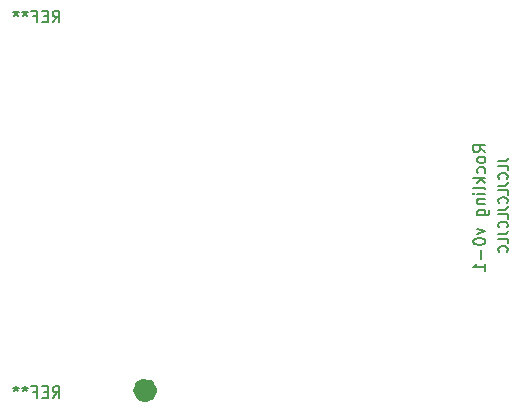
<source format=gbr>
%TF.GenerationSoftware,KiCad,Pcbnew,(5.1.10)-1*%
%TF.CreationDate,2021-08-17T14:11:04+10:00*%
%TF.ProjectId,Rockling-LayoutTest,526f636b-6c69-46e6-972d-4c61796f7574,rev?*%
%TF.SameCoordinates,Original*%
%TF.FileFunction,Legend,Bot*%
%TF.FilePolarity,Positive*%
%FSLAX46Y46*%
G04 Gerber Fmt 4.6, Leading zero omitted, Abs format (unit mm)*
G04 Created by KiCad (PCBNEW (5.1.10)-1) date 2021-08-17 14:11:04*
%MOMM*%
%LPD*%
G01*
G04 APERTURE LIST*
%ADD10C,0.150000*%
%ADD11C,1.250000*%
%ADD12C,2.000000*%
%ADD13C,0.100000*%
G04 APERTURE END LIST*
D10*
X137952380Y-95535714D02*
X137476190Y-95202380D01*
X137952380Y-94964285D02*
X136952380Y-94964285D01*
X136952380Y-95345238D01*
X137000000Y-95440476D01*
X137047619Y-95488095D01*
X137142857Y-95535714D01*
X137285714Y-95535714D01*
X137380952Y-95488095D01*
X137428571Y-95440476D01*
X137476190Y-95345238D01*
X137476190Y-94964285D01*
X137952380Y-96107142D02*
X137904761Y-96011904D01*
X137857142Y-95964285D01*
X137761904Y-95916666D01*
X137476190Y-95916666D01*
X137380952Y-95964285D01*
X137333333Y-96011904D01*
X137285714Y-96107142D01*
X137285714Y-96250000D01*
X137333333Y-96345238D01*
X137380952Y-96392857D01*
X137476190Y-96440476D01*
X137761904Y-96440476D01*
X137857142Y-96392857D01*
X137904761Y-96345238D01*
X137952380Y-96250000D01*
X137952380Y-96107142D01*
X137904761Y-97297619D02*
X137952380Y-97202380D01*
X137952380Y-97011904D01*
X137904761Y-96916666D01*
X137857142Y-96869047D01*
X137761904Y-96821428D01*
X137476190Y-96821428D01*
X137380952Y-96869047D01*
X137333333Y-96916666D01*
X137285714Y-97011904D01*
X137285714Y-97202380D01*
X137333333Y-97297619D01*
X137952380Y-97726190D02*
X136952380Y-97726190D01*
X137571428Y-97821428D02*
X137952380Y-98107142D01*
X137285714Y-98107142D02*
X137666666Y-97726190D01*
X137952380Y-98678571D02*
X137904761Y-98583333D01*
X137809523Y-98535714D01*
X136952380Y-98535714D01*
X137952380Y-99059523D02*
X137285714Y-99059523D01*
X136952380Y-99059523D02*
X137000000Y-99011904D01*
X137047619Y-99059523D01*
X137000000Y-99107142D01*
X136952380Y-99059523D01*
X137047619Y-99059523D01*
X137285714Y-99535714D02*
X137952380Y-99535714D01*
X137380952Y-99535714D02*
X137333333Y-99583333D01*
X137285714Y-99678571D01*
X137285714Y-99821428D01*
X137333333Y-99916666D01*
X137428571Y-99964285D01*
X137952380Y-99964285D01*
X137285714Y-100869047D02*
X138095238Y-100869047D01*
X138190476Y-100821428D01*
X138238095Y-100773809D01*
X138285714Y-100678571D01*
X138285714Y-100535714D01*
X138238095Y-100440476D01*
X137904761Y-100869047D02*
X137952380Y-100773809D01*
X137952380Y-100583333D01*
X137904761Y-100488095D01*
X137857142Y-100440476D01*
X137761904Y-100392857D01*
X137476190Y-100392857D01*
X137380952Y-100440476D01*
X137333333Y-100488095D01*
X137285714Y-100583333D01*
X137285714Y-100773809D01*
X137333333Y-100869047D01*
X137285714Y-102011904D02*
X137952380Y-102250000D01*
X137285714Y-102488095D01*
X136952380Y-103059523D02*
X136952380Y-103154761D01*
X137000000Y-103250000D01*
X137047619Y-103297619D01*
X137142857Y-103345238D01*
X137333333Y-103392857D01*
X137571428Y-103392857D01*
X137761904Y-103345238D01*
X137857142Y-103297619D01*
X137904761Y-103250000D01*
X137952380Y-103154761D01*
X137952380Y-103059523D01*
X137904761Y-102964285D01*
X137857142Y-102916666D01*
X137761904Y-102869047D01*
X137571428Y-102821428D01*
X137333333Y-102821428D01*
X137142857Y-102869047D01*
X137047619Y-102916666D01*
X137000000Y-102964285D01*
X136952380Y-103059523D01*
X137571428Y-103821428D02*
X137571428Y-104583333D01*
X137952380Y-105583333D02*
X137952380Y-105011904D01*
X137952380Y-105297619D02*
X136952380Y-105297619D01*
X137095238Y-105202380D01*
X137190476Y-105107142D01*
X137238095Y-105011904D01*
X139061904Y-96304761D02*
X139633333Y-96304761D01*
X139747619Y-96266666D01*
X139823809Y-96190476D01*
X139861904Y-96076190D01*
X139861904Y-96000000D01*
X139861904Y-97066666D02*
X139861904Y-96685714D01*
X139061904Y-96685714D01*
X139785714Y-97790476D02*
X139823809Y-97752380D01*
X139861904Y-97638095D01*
X139861904Y-97561904D01*
X139823809Y-97447619D01*
X139747619Y-97371428D01*
X139671428Y-97333333D01*
X139519047Y-97295238D01*
X139404761Y-97295238D01*
X139252380Y-97333333D01*
X139176190Y-97371428D01*
X139100000Y-97447619D01*
X139061904Y-97561904D01*
X139061904Y-97638095D01*
X139100000Y-97752380D01*
X139138095Y-97790476D01*
X139061904Y-98361904D02*
X139633333Y-98361904D01*
X139747619Y-98323809D01*
X139823809Y-98247619D01*
X139861904Y-98133333D01*
X139861904Y-98057142D01*
X139861904Y-99123809D02*
X139861904Y-98742857D01*
X139061904Y-98742857D01*
X139785714Y-99847619D02*
X139823809Y-99809523D01*
X139861904Y-99695238D01*
X139861904Y-99619047D01*
X139823809Y-99504761D01*
X139747619Y-99428571D01*
X139671428Y-99390476D01*
X139519047Y-99352380D01*
X139404761Y-99352380D01*
X139252380Y-99390476D01*
X139176190Y-99428571D01*
X139100000Y-99504761D01*
X139061904Y-99619047D01*
X139061904Y-99695238D01*
X139100000Y-99809523D01*
X139138095Y-99847619D01*
X139061904Y-100419047D02*
X139633333Y-100419047D01*
X139747619Y-100380952D01*
X139823809Y-100304761D01*
X139861904Y-100190476D01*
X139861904Y-100114285D01*
X139861904Y-101180952D02*
X139861904Y-100800000D01*
X139061904Y-100800000D01*
X139785714Y-101904761D02*
X139823809Y-101866666D01*
X139861904Y-101752380D01*
X139861904Y-101676190D01*
X139823809Y-101561904D01*
X139747619Y-101485714D01*
X139671428Y-101447619D01*
X139519047Y-101409523D01*
X139404761Y-101409523D01*
X139252380Y-101447619D01*
X139176190Y-101485714D01*
X139100000Y-101561904D01*
X139061904Y-101676190D01*
X139061904Y-101752380D01*
X139100000Y-101866666D01*
X139138095Y-101904761D01*
X139061904Y-102476190D02*
X139633333Y-102476190D01*
X139747619Y-102438095D01*
X139823809Y-102361904D01*
X139861904Y-102247619D01*
X139861904Y-102171428D01*
X139861904Y-103238095D02*
X139861904Y-102857142D01*
X139061904Y-102857142D01*
X139785714Y-103961904D02*
X139823809Y-103923809D01*
X139861904Y-103809523D01*
X139861904Y-103733333D01*
X139823809Y-103619047D01*
X139747619Y-103542857D01*
X139671428Y-103504761D01*
X139519047Y-103466666D01*
X139404761Y-103466666D01*
X139252380Y-103504761D01*
X139176190Y-103542857D01*
X139100000Y-103619047D01*
X139061904Y-103733333D01*
X139061904Y-103809523D01*
X139100000Y-103923809D01*
X139138095Y-103961904D01*
D11*
%TO.C,REF\u002A\u002A*%
X109535610Y-115700000D02*
G75*
G03*
X109535610Y-115700000I-381000J0D01*
G01*
D10*
X101333333Y-84552380D02*
X101666666Y-84076190D01*
X101904761Y-84552380D02*
X101904761Y-83552380D01*
X101523809Y-83552380D01*
X101428571Y-83600000D01*
X101380952Y-83647619D01*
X101333333Y-83742857D01*
X101333333Y-83885714D01*
X101380952Y-83980952D01*
X101428571Y-84028571D01*
X101523809Y-84076190D01*
X101904761Y-84076190D01*
X100904761Y-84028571D02*
X100571428Y-84028571D01*
X100428571Y-84552380D02*
X100904761Y-84552380D01*
X100904761Y-83552380D01*
X100428571Y-83552380D01*
X99666666Y-84028571D02*
X100000000Y-84028571D01*
X100000000Y-84552380D02*
X100000000Y-83552380D01*
X99523809Y-83552380D01*
X99000000Y-83552380D02*
X99000000Y-83790476D01*
X99238095Y-83695238D02*
X99000000Y-83790476D01*
X98761904Y-83695238D01*
X99142857Y-83980952D02*
X99000000Y-83790476D01*
X98857142Y-83980952D01*
X98238095Y-83552380D02*
X98238095Y-83790476D01*
X98476190Y-83695238D02*
X98238095Y-83790476D01*
X98000000Y-83695238D01*
X98380952Y-83980952D02*
X98238095Y-83790476D01*
X98095238Y-83980952D01*
X101333333Y-116352380D02*
X101666666Y-115876190D01*
X101904761Y-116352380D02*
X101904761Y-115352380D01*
X101523809Y-115352380D01*
X101428571Y-115400000D01*
X101380952Y-115447619D01*
X101333333Y-115542857D01*
X101333333Y-115685714D01*
X101380952Y-115780952D01*
X101428571Y-115828571D01*
X101523809Y-115876190D01*
X101904761Y-115876190D01*
X100904761Y-115828571D02*
X100571428Y-115828571D01*
X100428571Y-116352380D02*
X100904761Y-116352380D01*
X100904761Y-115352380D01*
X100428571Y-115352380D01*
X99666666Y-115828571D02*
X100000000Y-115828571D01*
X100000000Y-116352380D02*
X100000000Y-115352380D01*
X99523809Y-115352380D01*
X99000000Y-115352380D02*
X99000000Y-115590476D01*
X99238095Y-115495238D02*
X99000000Y-115590476D01*
X98761904Y-115495238D01*
X99142857Y-115780952D02*
X99000000Y-115590476D01*
X98857142Y-115780952D01*
X98238095Y-115352380D02*
X98238095Y-115590476D01*
X98476190Y-115495238D02*
X98238095Y-115590476D01*
X98000000Y-115495238D01*
X98380952Y-115780952D02*
X98238095Y-115590476D01*
X98095238Y-115780952D01*
%TD*%
%LPC*%
D12*
%TO.C,REF\u002A\u002A*%
X115800000Y-112107897D03*
X117596051Y-113903948D03*
X114003948Y-113903948D03*
X115800000Y-115700000D03*
D13*
G36*
X115418162Y-117496051D02*
G01*
X114003948Y-118910265D01*
X112589734Y-117496051D01*
X114003948Y-116081837D01*
X115418162Y-117496051D01*
G37*
D12*
X112207897Y-115700000D03*
%TD*%
D13*
%TO.C,REF\u002A\u002A*%
G36*
X99642346Y-82983860D02*
G01*
X99642344Y-82983860D01*
X99640951Y-82983792D01*
X99636783Y-82983354D01*
X99632616Y-82982975D01*
X99255296Y-82929946D01*
X99253915Y-82929742D01*
X99249789Y-82928895D01*
X99245699Y-82928115D01*
X98875359Y-82838521D01*
X98875354Y-82838520D01*
X98875348Y-82838518D01*
X98874001Y-82838182D01*
X98870024Y-82836951D01*
X98865982Y-82835762D01*
X98506154Y-82710456D01*
X98506148Y-82710454D01*
X98506141Y-82710451D01*
X98504833Y-82709985D01*
X98501003Y-82708375D01*
X98497090Y-82706794D01*
X98151208Y-82546974D01*
X98151200Y-82546971D01*
X98151191Y-82546966D01*
X98149938Y-82546376D01*
X98146252Y-82544384D01*
X98142543Y-82542444D01*
X97813909Y-82349636D01*
X97813900Y-82349631D01*
X97813890Y-82349624D01*
X97812702Y-82348916D01*
X97809281Y-82346609D01*
X97805725Y-82344282D01*
X97497467Y-82120319D01*
X97496344Y-82119490D01*
X97493148Y-82116846D01*
X97489853Y-82114197D01*
X97204921Y-81861223D01*
X97203884Y-81860288D01*
X97200948Y-81857332D01*
X97197941Y-81854387D01*
X96939054Y-81574815D01*
X96938113Y-81573784D01*
X96935466Y-81570539D01*
X96932774Y-81567331D01*
X96702405Y-81263831D01*
X96701569Y-81262713D01*
X96699272Y-81259255D01*
X96696885Y-81255770D01*
X96497232Y-80931238D01*
X96496509Y-80930043D01*
X96494533Y-80926327D01*
X96492526Y-80922676D01*
X96325498Y-80580218D01*
X96325493Y-80580210D01*
X96325489Y-80580200D01*
X96324891Y-80578951D01*
X96323300Y-80575091D01*
X96321645Y-80571230D01*
X96188833Y-80214110D01*
X96188828Y-80214099D01*
X96188824Y-80214085D01*
X96188352Y-80212788D01*
X96187145Y-80208791D01*
X96185875Y-80204787D01*
X96088546Y-79836413D01*
X96088542Y-79836399D01*
X96088538Y-79836382D01*
X96088196Y-79835048D01*
X96087393Y-79830994D01*
X96086511Y-79826843D01*
X96025592Y-79450717D01*
X96025379Y-79449338D01*
X96024972Y-79445189D01*
X96024503Y-79441008D01*
X96000578Y-79060731D01*
X96000501Y-79059337D01*
X96000501Y-79057254D01*
X96000383Y-79055150D01*
X96000003Y-79000698D01*
X96000003Y-79000050D01*
X96000001Y-79000000D01*
X96000000Y-75000000D01*
X96000005Y-74999363D01*
X96000002Y-74999302D01*
X96000005Y-74999241D01*
X96000010Y-74998604D01*
X96000293Y-74994098D01*
X96000548Y-74989547D01*
X96000601Y-74989206D01*
X96000623Y-74988853D01*
X96001349Y-74984372D01*
X96002042Y-74979892D01*
X96002130Y-74979551D01*
X96002185Y-74979209D01*
X96003334Y-74974861D01*
X96004472Y-74970429D01*
X96004592Y-74970098D01*
X96004681Y-74969763D01*
X96006268Y-74965495D01*
X96007814Y-74961248D01*
X96007963Y-74960938D01*
X96008086Y-74960606D01*
X96010095Y-74956488D01*
X96012035Y-74952438D01*
X96012215Y-74952141D01*
X96012369Y-74951825D01*
X96014746Y-74947961D01*
X96017096Y-74944081D01*
X96017306Y-74943800D01*
X96017489Y-74943503D01*
X96020241Y-74939878D01*
X96022949Y-74936258D01*
X96023182Y-74936002D01*
X96023396Y-74935721D01*
X96026492Y-74932378D01*
X96029537Y-74929043D01*
X96029797Y-74928809D01*
X96030034Y-74928553D01*
X96033430Y-74925538D01*
X96036797Y-74922506D01*
X96037077Y-74922300D01*
X96037340Y-74922066D01*
X96041006Y-74919403D01*
X96044661Y-74916708D01*
X96044964Y-74916527D01*
X96045244Y-74916324D01*
X96049117Y-74914051D01*
X96053053Y-74911705D01*
X96053372Y-74911555D01*
X96053670Y-74911380D01*
X96057732Y-74909503D01*
X96061893Y-74907545D01*
X96062228Y-74907426D01*
X96062539Y-74907282D01*
X96066757Y-74905813D01*
X96071097Y-74904268D01*
X96071441Y-74904182D01*
X96071766Y-74904069D01*
X96076131Y-74903013D01*
X96080577Y-74901904D01*
X96080924Y-74901853D01*
X96081262Y-74901771D01*
X96085699Y-74901148D01*
X96090242Y-74900477D01*
X96090598Y-74900460D01*
X96090937Y-74900412D01*
X96095447Y-74900223D01*
X96100000Y-74900000D01*
X103900000Y-74900000D01*
X103900637Y-74900005D01*
X103900698Y-74900002D01*
X103900759Y-74900005D01*
X103901396Y-74900010D01*
X103905902Y-74900293D01*
X103910453Y-74900548D01*
X103910794Y-74900601D01*
X103911147Y-74900623D01*
X103915628Y-74901349D01*
X103920108Y-74902042D01*
X103920449Y-74902130D01*
X103920791Y-74902185D01*
X103925139Y-74903334D01*
X103929571Y-74904472D01*
X103929902Y-74904592D01*
X103930237Y-74904681D01*
X103934505Y-74906268D01*
X103938752Y-74907814D01*
X103939062Y-74907963D01*
X103939394Y-74908086D01*
X103943512Y-74910095D01*
X103947562Y-74912035D01*
X103947859Y-74912215D01*
X103948175Y-74912369D01*
X103952039Y-74914746D01*
X103955919Y-74917096D01*
X103956200Y-74917306D01*
X103956497Y-74917489D01*
X103960122Y-74920241D01*
X103963742Y-74922949D01*
X103963998Y-74923182D01*
X103964279Y-74923396D01*
X103967622Y-74926492D01*
X103970957Y-74929537D01*
X103971191Y-74929797D01*
X103971447Y-74930034D01*
X103974462Y-74933430D01*
X103977494Y-74936797D01*
X103977700Y-74937077D01*
X103977934Y-74937340D01*
X103980597Y-74941006D01*
X103983292Y-74944661D01*
X103983473Y-74944964D01*
X103983676Y-74945244D01*
X103985949Y-74949117D01*
X103988295Y-74953053D01*
X103988445Y-74953372D01*
X103988620Y-74953670D01*
X103990497Y-74957732D01*
X103992455Y-74961893D01*
X103992574Y-74962228D01*
X103992718Y-74962539D01*
X103994187Y-74966757D01*
X103995732Y-74971097D01*
X103995818Y-74971441D01*
X103995931Y-74971766D01*
X103996987Y-74976131D01*
X103998096Y-74980577D01*
X103998147Y-74980924D01*
X103998229Y-74981262D01*
X103998852Y-74985699D01*
X103999523Y-74990242D01*
X103999540Y-74990598D01*
X103999588Y-74990937D01*
X103999777Y-74995447D01*
X104000000Y-75000000D01*
X104000000Y-79000000D01*
X103999990Y-79001396D01*
X103999880Y-79003146D01*
X103999880Y-79004885D01*
X103981267Y-79385458D01*
X103981188Y-79386852D01*
X103980724Y-79390996D01*
X103980313Y-79395181D01*
X103924651Y-79772123D01*
X103924437Y-79773502D01*
X103923576Y-79777553D01*
X103922754Y-79781706D01*
X103830575Y-80151416D01*
X103830227Y-80152768D01*
X103828975Y-80156715D01*
X103827751Y-80160769D01*
X103699935Y-80519719D01*
X103699457Y-80521031D01*
X103697824Y-80524842D01*
X103696212Y-80528752D01*
X103533978Y-80873517D01*
X103533374Y-80874776D01*
X103531360Y-80878440D01*
X103529391Y-80882143D01*
X103334288Y-81209431D01*
X103333564Y-81210625D01*
X103331197Y-81214083D01*
X103328881Y-81217568D01*
X103102772Y-81524256D01*
X103101936Y-81525374D01*
X103099216Y-81528616D01*
X103096597Y-81531827D01*
X102993428Y-81646409D01*
X102724301Y-81646409D01*
X102660618Y-81710092D01*
X102696287Y-81677521D01*
X102724301Y-81646409D01*
X102993428Y-81646409D01*
X102841640Y-81814986D01*
X102840698Y-81816017D01*
X102837696Y-81818957D01*
X102834755Y-81821919D01*
X102553383Y-82078847D01*
X102552345Y-82079781D01*
X102549086Y-82082401D01*
X102545855Y-82085074D01*
X102240767Y-82313310D01*
X102240754Y-82313320D01*
X102240738Y-82313331D01*
X102239631Y-82314147D01*
X102236122Y-82316444D01*
X102232655Y-82318782D01*
X101906737Y-82516165D01*
X101906736Y-82516166D01*
X101906725Y-82516172D01*
X101905538Y-82516880D01*
X101901798Y-82518836D01*
X101898142Y-82520812D01*
X101554535Y-82685440D01*
X101554519Y-82685449D01*
X101554499Y-82685457D01*
X101553255Y-82686042D01*
X101549404Y-82687598D01*
X101545512Y-82689234D01*
X101187481Y-82819548D01*
X101187463Y-82819555D01*
X101187441Y-82819562D01*
X101186148Y-82820022D01*
X101182164Y-82821195D01*
X101178130Y-82822443D01*
X100809097Y-82917194D01*
X100809073Y-82917201D01*
X100809045Y-82917207D01*
X100807718Y-82917538D01*
X100803636Y-82918317D01*
X100799503Y-82919165D01*
X100422960Y-82977457D01*
X100421579Y-82977660D01*
X100417445Y-82978036D01*
X100413243Y-82978478D01*
X100032809Y-82999748D01*
X100031415Y-82999816D01*
X100027227Y-82999787D01*
X100023039Y-82999816D01*
X99642346Y-82983860D01*
G37*
%TD*%
%TO.C,REF\u002A\u002A*%
G36*
X100357654Y-117016140D02*
G01*
X100357656Y-117016140D01*
X100359049Y-117016208D01*
X100363217Y-117016646D01*
X100367384Y-117017025D01*
X100744704Y-117070054D01*
X100746085Y-117070258D01*
X100750211Y-117071105D01*
X100754301Y-117071885D01*
X101124641Y-117161479D01*
X101124646Y-117161480D01*
X101124652Y-117161482D01*
X101125999Y-117161818D01*
X101129976Y-117163049D01*
X101134018Y-117164238D01*
X101493846Y-117289544D01*
X101493852Y-117289546D01*
X101493859Y-117289549D01*
X101495167Y-117290015D01*
X101498997Y-117291625D01*
X101502910Y-117293206D01*
X101848792Y-117453026D01*
X101848800Y-117453029D01*
X101848809Y-117453034D01*
X101850062Y-117453624D01*
X101853748Y-117455616D01*
X101857457Y-117457556D01*
X102186091Y-117650364D01*
X102186100Y-117650369D01*
X102186110Y-117650376D01*
X102187298Y-117651084D01*
X102190719Y-117653391D01*
X102194275Y-117655718D01*
X102502533Y-117879681D01*
X102503656Y-117880510D01*
X102506852Y-117883154D01*
X102510147Y-117885803D01*
X102795079Y-118138777D01*
X102796116Y-118139712D01*
X102799052Y-118142668D01*
X102802059Y-118145613D01*
X103060946Y-118425185D01*
X103061887Y-118426216D01*
X103064534Y-118429461D01*
X103067226Y-118432669D01*
X103297595Y-118736169D01*
X103298431Y-118737287D01*
X103300728Y-118740745D01*
X103303115Y-118744230D01*
X103502768Y-119068762D01*
X103503491Y-119069957D01*
X103505467Y-119073673D01*
X103507474Y-119077324D01*
X103674502Y-119419782D01*
X103674507Y-119419790D01*
X103674511Y-119419800D01*
X103675109Y-119421049D01*
X103676700Y-119424909D01*
X103678355Y-119428770D01*
X103811167Y-119785890D01*
X103811172Y-119785901D01*
X103811176Y-119785915D01*
X103811648Y-119787212D01*
X103812855Y-119791209D01*
X103814125Y-119795213D01*
X103911454Y-120163587D01*
X103911458Y-120163601D01*
X103911462Y-120163618D01*
X103911804Y-120164952D01*
X103912607Y-120169006D01*
X103913489Y-120173157D01*
X103974408Y-120549283D01*
X103974621Y-120550662D01*
X103975028Y-120554811D01*
X103975497Y-120558992D01*
X103999422Y-120939269D01*
X103999499Y-120940663D01*
X103999499Y-120942746D01*
X103999617Y-120944850D01*
X103999997Y-120999302D01*
X103999997Y-120999950D01*
X103999999Y-121000000D01*
X104000000Y-125000000D01*
X103999995Y-125000637D01*
X103999998Y-125000698D01*
X103999995Y-125000759D01*
X103999990Y-125001396D01*
X103999707Y-125005902D01*
X103999452Y-125010453D01*
X103999399Y-125010794D01*
X103999377Y-125011147D01*
X103998651Y-125015628D01*
X103997958Y-125020108D01*
X103997870Y-125020449D01*
X103997815Y-125020791D01*
X103996666Y-125025139D01*
X103995528Y-125029571D01*
X103995408Y-125029902D01*
X103995319Y-125030237D01*
X103993732Y-125034505D01*
X103992186Y-125038752D01*
X103992037Y-125039062D01*
X103991914Y-125039394D01*
X103989905Y-125043512D01*
X103987965Y-125047562D01*
X103987785Y-125047859D01*
X103987631Y-125048175D01*
X103985254Y-125052039D01*
X103982904Y-125055919D01*
X103982694Y-125056200D01*
X103982511Y-125056497D01*
X103979759Y-125060122D01*
X103977051Y-125063742D01*
X103976818Y-125063998D01*
X103976604Y-125064279D01*
X103973508Y-125067622D01*
X103970463Y-125070957D01*
X103970203Y-125071191D01*
X103969966Y-125071447D01*
X103966570Y-125074462D01*
X103963203Y-125077494D01*
X103962923Y-125077700D01*
X103962660Y-125077934D01*
X103958994Y-125080597D01*
X103955339Y-125083292D01*
X103955036Y-125083473D01*
X103954756Y-125083676D01*
X103950883Y-125085949D01*
X103946947Y-125088295D01*
X103946628Y-125088445D01*
X103946330Y-125088620D01*
X103942268Y-125090497D01*
X103938107Y-125092455D01*
X103937772Y-125092574D01*
X103937461Y-125092718D01*
X103933243Y-125094187D01*
X103928903Y-125095732D01*
X103928559Y-125095818D01*
X103928234Y-125095931D01*
X103923869Y-125096987D01*
X103919423Y-125098096D01*
X103919076Y-125098147D01*
X103918738Y-125098229D01*
X103914301Y-125098852D01*
X103909758Y-125099523D01*
X103909402Y-125099540D01*
X103909063Y-125099588D01*
X103904553Y-125099777D01*
X103900000Y-125100000D01*
X96100000Y-125100000D01*
X96099363Y-125099995D01*
X96099302Y-125099998D01*
X96099241Y-125099995D01*
X96098604Y-125099990D01*
X96094098Y-125099707D01*
X96089547Y-125099452D01*
X96089206Y-125099399D01*
X96088853Y-125099377D01*
X96084372Y-125098651D01*
X96079892Y-125097958D01*
X96079551Y-125097870D01*
X96079209Y-125097815D01*
X96074861Y-125096666D01*
X96070429Y-125095528D01*
X96070098Y-125095408D01*
X96069763Y-125095319D01*
X96065495Y-125093732D01*
X96061248Y-125092186D01*
X96060938Y-125092037D01*
X96060606Y-125091914D01*
X96056488Y-125089905D01*
X96052438Y-125087965D01*
X96052141Y-125087785D01*
X96051825Y-125087631D01*
X96047961Y-125085254D01*
X96044081Y-125082904D01*
X96043800Y-125082694D01*
X96043503Y-125082511D01*
X96039878Y-125079759D01*
X96036258Y-125077051D01*
X96036002Y-125076818D01*
X96035721Y-125076604D01*
X96032378Y-125073508D01*
X96029043Y-125070463D01*
X96028809Y-125070203D01*
X96028553Y-125069966D01*
X96025538Y-125066570D01*
X96022506Y-125063203D01*
X96022300Y-125062923D01*
X96022066Y-125062660D01*
X96019403Y-125058994D01*
X96016708Y-125055339D01*
X96016527Y-125055036D01*
X96016324Y-125054756D01*
X96014051Y-125050883D01*
X96011705Y-125046947D01*
X96011555Y-125046628D01*
X96011380Y-125046330D01*
X96009503Y-125042268D01*
X96007545Y-125038107D01*
X96007426Y-125037772D01*
X96007282Y-125037461D01*
X96005813Y-125033243D01*
X96004268Y-125028903D01*
X96004182Y-125028559D01*
X96004069Y-125028234D01*
X96003013Y-125023869D01*
X96001904Y-125019423D01*
X96001853Y-125019076D01*
X96001771Y-125018738D01*
X96001148Y-125014301D01*
X96000477Y-125009758D01*
X96000460Y-125009402D01*
X96000412Y-125009063D01*
X96000223Y-125004553D01*
X96000000Y-125000000D01*
X96000000Y-121000000D01*
X96000010Y-120998604D01*
X96000120Y-120996854D01*
X96000120Y-120995115D01*
X96018733Y-120614542D01*
X96018812Y-120613148D01*
X96019276Y-120609004D01*
X96019687Y-120604819D01*
X96075349Y-120227877D01*
X96075563Y-120226498D01*
X96076424Y-120222447D01*
X96077246Y-120218294D01*
X96169425Y-119848584D01*
X96169773Y-119847232D01*
X96171025Y-119843285D01*
X96172249Y-119839231D01*
X96300065Y-119480281D01*
X96300543Y-119478969D01*
X96302176Y-119475158D01*
X96303788Y-119471248D01*
X96466022Y-119126483D01*
X96466626Y-119125224D01*
X96468640Y-119121560D01*
X96470609Y-119117857D01*
X96665712Y-118790569D01*
X96666436Y-118789375D01*
X96668803Y-118785917D01*
X96671119Y-118782432D01*
X96897228Y-118475744D01*
X96898064Y-118474626D01*
X96900784Y-118471384D01*
X96903403Y-118468173D01*
X97006572Y-118353591D01*
X97275699Y-118353591D01*
X97339382Y-118289908D01*
X97303713Y-118322479D01*
X97275699Y-118353591D01*
X97006572Y-118353591D01*
X97158360Y-118185014D01*
X97159302Y-118183983D01*
X97162304Y-118181043D01*
X97165245Y-118178081D01*
X97446617Y-117921153D01*
X97447655Y-117920219D01*
X97450914Y-117917599D01*
X97454145Y-117914926D01*
X97759233Y-117686690D01*
X97759246Y-117686680D01*
X97759262Y-117686669D01*
X97760369Y-117685853D01*
X97763878Y-117683556D01*
X97767345Y-117681218D01*
X98093263Y-117483835D01*
X98093264Y-117483834D01*
X98093275Y-117483828D01*
X98094462Y-117483120D01*
X98098202Y-117481164D01*
X98101858Y-117479188D01*
X98445465Y-117314560D01*
X98445481Y-117314551D01*
X98445501Y-117314543D01*
X98446745Y-117313958D01*
X98450596Y-117312402D01*
X98454488Y-117310766D01*
X98812519Y-117180452D01*
X98812537Y-117180445D01*
X98812559Y-117180438D01*
X98813852Y-117179978D01*
X98817836Y-117178805D01*
X98821870Y-117177557D01*
X99190903Y-117082806D01*
X99190927Y-117082799D01*
X99190955Y-117082793D01*
X99192282Y-117082462D01*
X99196364Y-117081683D01*
X99200497Y-117080835D01*
X99577040Y-117022543D01*
X99578421Y-117022340D01*
X99582555Y-117021964D01*
X99586757Y-117021522D01*
X99967191Y-117000252D01*
X99968585Y-117000184D01*
X99972773Y-117000213D01*
X99976961Y-117000184D01*
X100357654Y-117016140D01*
G37*
%TD*%
M02*

</source>
